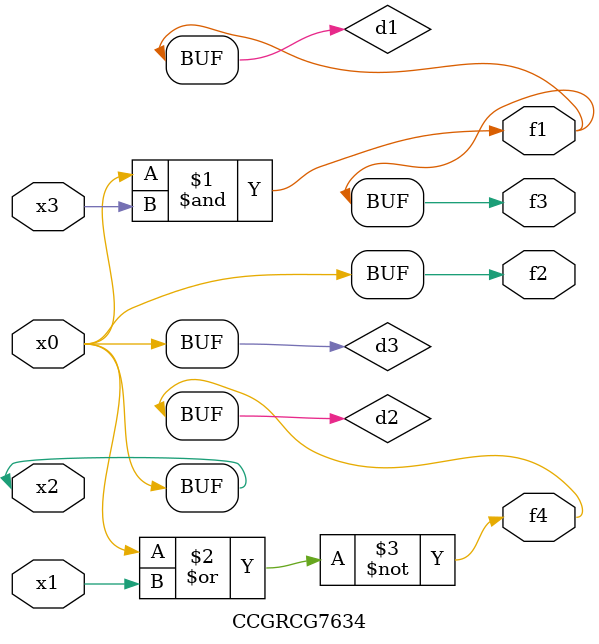
<source format=v>
module CCGRCG7634(
	input x0, x1, x2, x3,
	output f1, f2, f3, f4
);

	wire d1, d2, d3;

	and (d1, x2, x3);
	nor (d2, x0, x1);
	buf (d3, x0, x2);
	assign f1 = d1;
	assign f2 = d3;
	assign f3 = d1;
	assign f4 = d2;
endmodule

</source>
